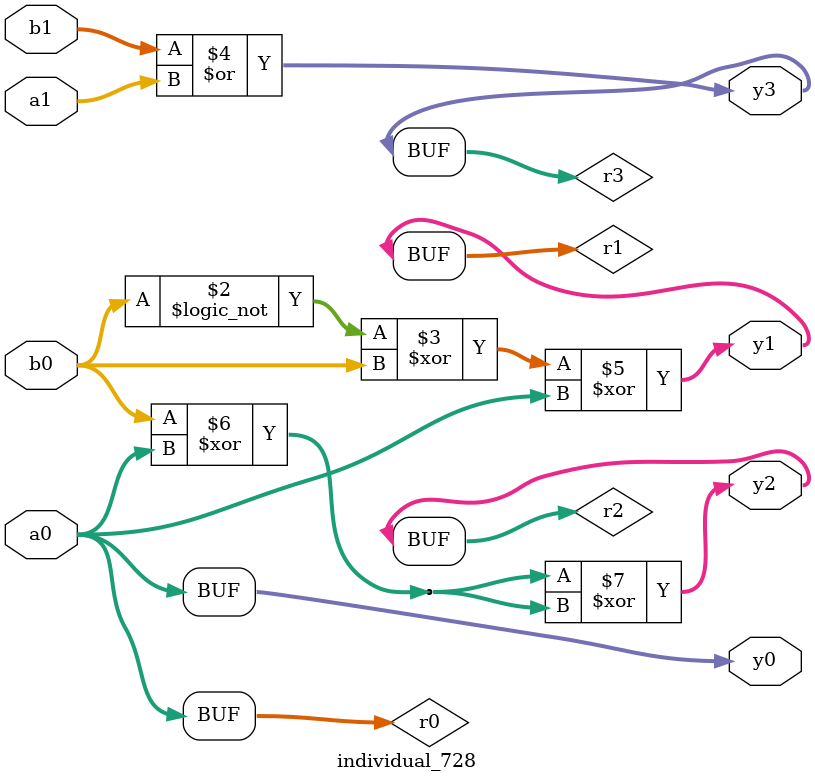
<source format=sv>
module individual_728(input logic [15:0] a1, input logic [15:0] a0, input logic [15:0] b1, input logic [15:0] b0, output logic [15:0] y3, output logic [15:0] y2, output logic [15:0] y1, output logic [15:0] y0);
logic [15:0] r0, r1, r2, r3; 
 always@(*) begin 
	 r0 = a0; r1 = a1; r2 = b0; r3 = b1; 
 	 r1 = ! b0 ;
 	 r1  ^=  b0 ;
 	 r3  |=  a1 ;
 	 r1  ^=  a0 ;
 	 r2  ^=  a0 ;
 	 r2  ^=  r2 ;
 	 y3 = r3; y2 = r2; y1 = r1; y0 = r0; 
end
endmodule
</source>
